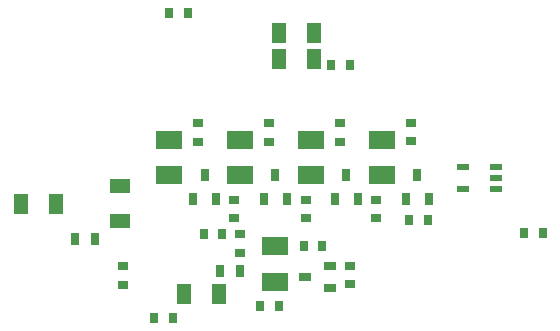
<source format=gbp>
G04*
G04 #@! TF.GenerationSoftware,Altium Limited,Altium Designer,20.2.4 (192)*
G04*
G04 Layer_Color=128*
%FSLAX25Y25*%
%MOIN*%
G70*
G04*
G04 #@! TF.SameCoordinates,81383B29-DD0C-412F-95FE-E9E56B5C578C*
G04*
G04*
G04 #@! TF.FilePolarity,Positive*
G04*
G01*
G75*
%ADD29R,0.02756X0.03543*%
%ADD38R,0.03543X0.02756*%
%ADD41R,0.04882X0.06800*%
%ADD46R,0.03000X0.03843*%
%ADD99R,0.09055X0.05906*%
%ADD100R,0.03937X0.03150*%
%ADD101R,0.03150X0.03937*%
%ADD102R,0.06800X0.04882*%
%ADD103R,0.04331X0.02362*%
D29*
X96496Y14450D02*
D03*
X90315D02*
D03*
X60000Y111811D02*
D03*
X66181D02*
D03*
X77736Y38368D02*
D03*
X71555D02*
D03*
X114035Y94685D02*
D03*
X120217D02*
D03*
X178405Y38500D02*
D03*
X184587D02*
D03*
X61319Y10353D02*
D03*
X55138D02*
D03*
X146201Y43110D02*
D03*
X140020D02*
D03*
X111102Y34252D02*
D03*
X104921D02*
D03*
D38*
X44660Y21328D02*
D03*
Y27509D02*
D03*
X81693Y49646D02*
D03*
Y43465D02*
D03*
X83661Y32045D02*
D03*
Y38226D02*
D03*
X105512Y49646D02*
D03*
Y43465D02*
D03*
X129134D02*
D03*
Y49646D02*
D03*
X120217Y27699D02*
D03*
Y21518D02*
D03*
X140551Y75433D02*
D03*
Y69252D02*
D03*
X117126Y68957D02*
D03*
Y75138D02*
D03*
X93405D02*
D03*
Y68957D02*
D03*
X69784Y69055D02*
D03*
Y75236D02*
D03*
D41*
X96651Y105354D02*
D03*
X108344D02*
D03*
X96651Y96457D02*
D03*
X108344D02*
D03*
X76811Y18308D02*
D03*
X65118D02*
D03*
X10545Y48366D02*
D03*
X22238D02*
D03*
D46*
X77140Y25808D02*
D03*
X83521D02*
D03*
X35179Y36713D02*
D03*
X28798D02*
D03*
D99*
X130905Y57874D02*
D03*
Y69685D02*
D03*
X107283Y57874D02*
D03*
Y69685D02*
D03*
X83661Y57874D02*
D03*
Y69685D02*
D03*
X60039Y57874D02*
D03*
Y69685D02*
D03*
X95472Y22441D02*
D03*
Y34252D02*
D03*
D100*
X105413Y24009D02*
D03*
X113681Y20269D02*
D03*
Y27749D02*
D03*
D101*
X142795Y58071D02*
D03*
X139055Y49803D02*
D03*
X146535D02*
D03*
X119095Y58071D02*
D03*
X115354Y49803D02*
D03*
X122835D02*
D03*
X95472Y58071D02*
D03*
X91732Y49803D02*
D03*
X99213D02*
D03*
X71870Y58071D02*
D03*
X68130Y49803D02*
D03*
X75610D02*
D03*
D102*
X43701Y54272D02*
D03*
Y42579D02*
D03*
D103*
X158130Y53248D02*
D03*
Y60728D02*
D03*
X169154Y53248D02*
D03*
Y56988D02*
D03*
Y60728D02*
D03*
M02*

</source>
